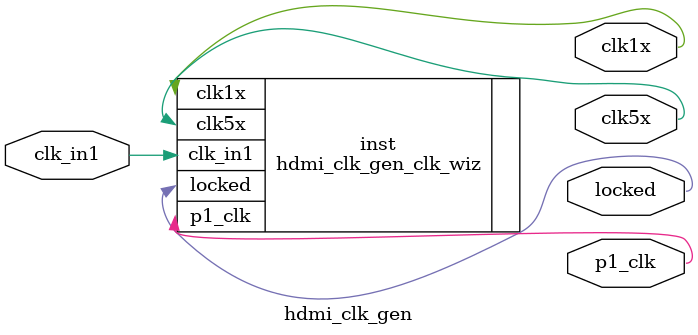
<source format=v>


`timescale 1ps/1ps

(* CORE_GENERATION_INFO = "hdmi_clk_gen,clk_wiz_v6_0_4_0_0,{component_name=hdmi_clk_gen,use_phase_alignment=true,use_min_o_jitter=false,use_max_i_jitter=false,use_dyn_phase_shift=false,use_inclk_switchover=false,use_dyn_reconfig=false,enable_axi=0,feedback_source=FDBK_AUTO,PRIMITIVE=MMCM,num_out_clk=3,clkin1_period=10.000,clkin2_period=10.000,use_power_down=false,use_reset=false,use_locked=true,use_inclk_stopped=false,feedback_type=SINGLE,CLOCK_MGR_TYPE=NA,manual_override=false}" *)

module hdmi_clk_gen 
 (
  // Clock out ports
  output        p1_clk,
  output        clk1x,
  output        clk5x,
  // Status and control signals
  output        locked,
 // Clock in ports
  input         clk_in1
 );

  hdmi_clk_gen_clk_wiz inst
  (
  // Clock out ports  
  .p1_clk(p1_clk),
  .clk1x(clk1x),
  .clk5x(clk5x),
  // Status and control signals               
  .locked(locked),
 // Clock in ports
  .clk_in1(clk_in1)
  );

endmodule

</source>
